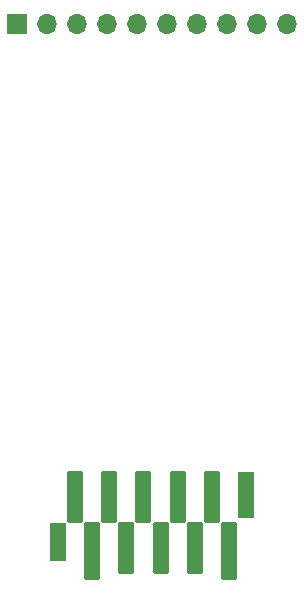
<source format=gbr>
%TF.GenerationSoftware,KiCad,Pcbnew,7.0.7*%
%TF.CreationDate,2024-03-08T17:36:46-05:00*%
%TF.ProjectId,MemcardBreakout,4d656d63-6172-4644-9272-65616b6f7574,rev?*%
%TF.SameCoordinates,Original*%
%TF.FileFunction,Soldermask,Top*%
%TF.FilePolarity,Negative*%
%FSLAX46Y46*%
G04 Gerber Fmt 4.6, Leading zero omitted, Abs format (unit mm)*
G04 Created by KiCad (PCBNEW 7.0.7) date 2024-03-08 17:36:46*
%MOMM*%
%LPD*%
G01*
G04 APERTURE LIST*
G04 Aperture macros list*
%AMRoundRect*
0 Rectangle with rounded corners*
0 $1 Rounding radius*
0 $2 $3 $4 $5 $6 $7 $8 $9 X,Y pos of 4 corners*
0 Add a 4 corners polygon primitive as box body*
4,1,4,$2,$3,$4,$5,$6,$7,$8,$9,$2,$3,0*
0 Add four circle primitives for the rounded corners*
1,1,$1+$1,$2,$3*
1,1,$1+$1,$4,$5*
1,1,$1+$1,$6,$7*
1,1,$1+$1,$8,$9*
0 Add four rect primitives between the rounded corners*
20,1,$1+$1,$2,$3,$4,$5,0*
20,1,$1+$1,$4,$5,$6,$7,0*
20,1,$1+$1,$6,$7,$8,$9,0*
20,1,$1+$1,$8,$9,$2,$3,0*%
G04 Aperture macros list end*
%ADD10R,1.700000X1.700000*%
%ADD11O,1.700000X1.700000*%
%ADD12RoundRect,0.076200X-0.593701X-1.885878X0.593701X-1.885878X0.593701X1.885878X-0.593701X1.885878X0*%
%ADD13RoundRect,0.076200X-0.593701X-2.339885X0.593701X-2.339885X0.593701X2.339885X-0.593701X2.339885X0*%
%ADD14RoundRect,0.076200X-0.593701X-2.095420X0.593701X-2.095420X0.593701X2.095420X-0.593701X2.095420X0*%
%ADD15RoundRect,0.076200X-0.593701X-1.571565X0.593701X-1.571565X0.593701X1.571565X-0.593701X1.571565X0*%
G04 APERTURE END LIST*
D10*
%TO.C,J2*%
X132054600Y-58013600D03*
D11*
X134594600Y-58013600D03*
X137134600Y-58013600D03*
X139674600Y-58013600D03*
X142214600Y-58013600D03*
X144754600Y-58013600D03*
X147294600Y-58013600D03*
X149834600Y-58013600D03*
X152374600Y-58013600D03*
X154914600Y-58013600D03*
%TD*%
D12*
%TO.C,J1*%
X151450200Y-97837400D03*
D13*
X150000200Y-102637400D03*
D14*
X148500200Y-98037400D03*
X147100200Y-102387400D03*
X145650200Y-98037400D03*
X144200200Y-102387400D03*
X142700200Y-98037400D03*
X141300200Y-102387400D03*
X139850200Y-98037400D03*
D13*
X138400200Y-102587400D03*
D14*
X136900200Y-98037400D03*
D15*
X135500200Y-101837400D03*
%TD*%
M02*

</source>
